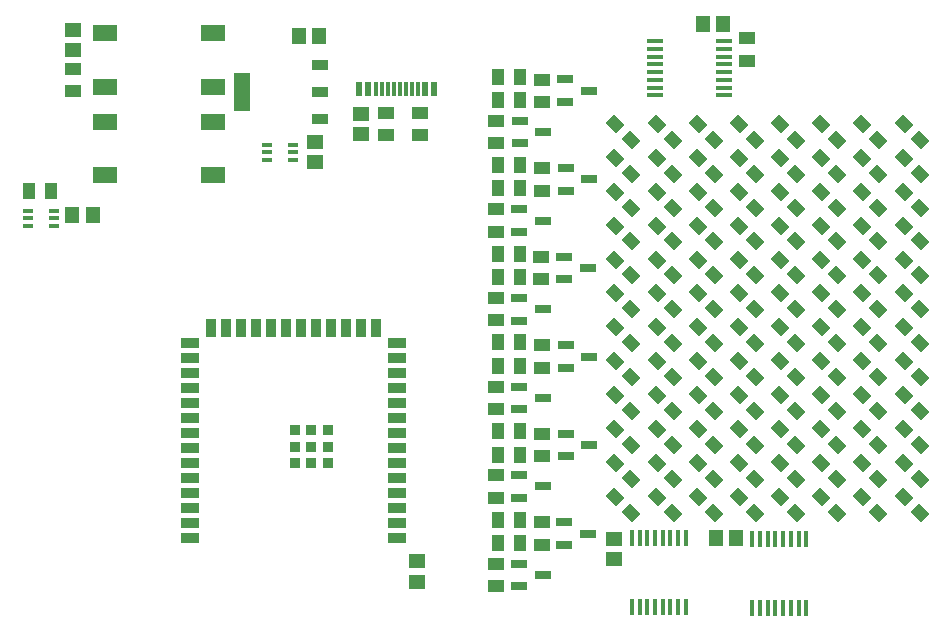
<source format=gtp>
G04*
G04 #@! TF.GenerationSoftware,Altium Limited,Altium Designer,25.3.3 (18)*
G04*
G04 Layer_Color=8421504*
%FSLAX25Y25*%
%MOIN*%
G70*
G04*
G04 #@! TF.SameCoordinates,FAE4C2FF-6651-435E-A804-DF7E7BB8AC14*
G04*
G04*
G04 #@! TF.FilePolarity,Positive*
G04*
G01*
G75*
%ADD16R,0.04724X0.05709*%
%ADD17R,0.05512X0.03937*%
%ADD18R,0.05709X0.01772*%
%ADD19R,0.01772X0.05709*%
%ADD20R,0.05709X0.04724*%
%ADD21R,0.03937X0.05512*%
%ADD22R,0.02362X0.04724*%
%ADD23R,0.01181X0.04724*%
%ADD24R,0.03740X0.01772*%
%ADD25R,0.05709X0.03740*%
%ADD26R,0.05709X0.12795*%
G04:AMPARAMS|DCode=27|XSize=47.24mil|YSize=41.34mil|CornerRadius=0mil|HoleSize=0mil|Usage=FLASHONLY|Rotation=135.000|XOffset=0mil|YOffset=0mil|HoleType=Round|Shape=Rectangle|*
%AMROTATEDRECTD27*
4,1,4,0.03132,-0.00209,0.00209,-0.03132,-0.03132,0.00209,-0.00209,0.03132,0.03132,-0.00209,0.0*
%
%ADD27ROTATEDRECTD27*%

%ADD28R,0.05315X0.02559*%
%ADD29R,0.03543X0.03543*%
%ADD30R,0.05906X0.03543*%
%ADD31R,0.03543X0.05906*%
%ADD32R,0.08268X0.05512*%
D16*
X355702Y129988D02*
D03*
X349009D02*
D03*
X351300Y301483D02*
D03*
X344607D02*
D03*
X216732Y297244D02*
D03*
X210039D02*
D03*
X134449Y237795D02*
D03*
X141142D02*
D03*
D17*
X359449Y296654D02*
D03*
Y289173D02*
D03*
X275630Y232126D02*
D03*
Y239606D02*
D03*
X250394Y264370D02*
D03*
Y271850D02*
D03*
X238976Y264370D02*
D03*
Y271850D02*
D03*
X134646Y278937D02*
D03*
Y286417D02*
D03*
X275590Y173031D02*
D03*
Y180512D02*
D03*
X290551Y216339D02*
D03*
Y223819D02*
D03*
X275571Y202579D02*
D03*
Y210059D02*
D03*
X290945Y186811D02*
D03*
Y194291D02*
D03*
X275610Y143484D02*
D03*
Y150965D02*
D03*
X290945Y127756D02*
D03*
Y135236D02*
D03*
X290965Y245846D02*
D03*
Y253327D02*
D03*
X290965Y157264D02*
D03*
Y164744D02*
D03*
X275630Y114016D02*
D03*
Y121496D02*
D03*
X275630Y261653D02*
D03*
Y269134D02*
D03*
X290945Y275394D02*
D03*
Y282874D02*
D03*
D18*
X351673Y295571D02*
D03*
Y293012D02*
D03*
Y290453D02*
D03*
Y287894D02*
D03*
Y285335D02*
D03*
Y282776D02*
D03*
Y280217D02*
D03*
Y277658D02*
D03*
X328642D02*
D03*
Y280217D02*
D03*
Y282776D02*
D03*
Y285335D02*
D03*
Y287894D02*
D03*
Y290453D02*
D03*
Y293012D02*
D03*
Y295571D02*
D03*
D19*
X361122Y129626D02*
D03*
X363681D02*
D03*
X366240D02*
D03*
X368799D02*
D03*
X371358D02*
D03*
X373917D02*
D03*
X376476D02*
D03*
X379035D02*
D03*
Y106595D02*
D03*
X376476D02*
D03*
X373917D02*
D03*
X371358D02*
D03*
X368799D02*
D03*
X366240D02*
D03*
X363681D02*
D03*
X361122D02*
D03*
X320985Y129929D02*
D03*
X323544D02*
D03*
X326103D02*
D03*
X328662D02*
D03*
X331221D02*
D03*
X333780D02*
D03*
X336339D02*
D03*
X338898D02*
D03*
Y106898D02*
D03*
X336339D02*
D03*
X333780D02*
D03*
X331221D02*
D03*
X328662D02*
D03*
X326103D02*
D03*
X323544D02*
D03*
X320985D02*
D03*
D20*
X314961Y129724D02*
D03*
Y123031D02*
D03*
X230709Y271457D02*
D03*
Y264764D02*
D03*
X215354Y262008D02*
D03*
Y255315D02*
D03*
X134646Y299410D02*
D03*
Y292717D02*
D03*
X249213Y115551D02*
D03*
Y122244D02*
D03*
D21*
X276181Y246850D02*
D03*
X283661D02*
D03*
X127362Y245669D02*
D03*
X119882D02*
D03*
X276181Y216929D02*
D03*
X283661D02*
D03*
X276181Y224803D02*
D03*
X283661D02*
D03*
X276165Y187401D02*
D03*
X283646D02*
D03*
X276181Y195276D02*
D03*
X283661D02*
D03*
X276181Y157874D02*
D03*
X283661D02*
D03*
X276181Y128347D02*
D03*
X283661D02*
D03*
X276181Y254331D02*
D03*
X283661D02*
D03*
X276181Y165748D02*
D03*
X283661D02*
D03*
X276181Y275984D02*
D03*
X283661D02*
D03*
X276181Y136221D02*
D03*
X283661D02*
D03*
X276181Y283858D02*
D03*
X283661D02*
D03*
D22*
X255020Y279626D02*
D03*
X230020D02*
D03*
X233020D02*
D03*
X252020D02*
D03*
D23*
X235520D02*
D03*
X237520D02*
D03*
X239520D02*
D03*
X247520D02*
D03*
X249520D02*
D03*
X243520D02*
D03*
X245520D02*
D03*
X241520D02*
D03*
D24*
X199213Y261221D02*
D03*
Y258661D02*
D03*
Y256102D02*
D03*
X207874D02*
D03*
Y258661D02*
D03*
Y261221D02*
D03*
X119732Y239166D02*
D03*
Y236607D02*
D03*
Y234048D02*
D03*
X128394D02*
D03*
Y236607D02*
D03*
Y239166D02*
D03*
D25*
X216929Y269724D02*
D03*
Y278740D02*
D03*
Y287756D02*
D03*
D26*
X190945Y278740D02*
D03*
D27*
X370359Y143694D02*
D03*
X375648Y138405D02*
D03*
X370359Y155006D02*
D03*
X375648Y149716D02*
D03*
X384082Y155006D02*
D03*
X389371Y149716D02*
D03*
X370359Y166317D02*
D03*
X375648Y161028D02*
D03*
X384082Y166317D02*
D03*
X389371Y161028D02*
D03*
X370359Y177629D02*
D03*
X375648Y172339D02*
D03*
X384082Y177629D02*
D03*
X389371Y172339D02*
D03*
X370359Y188940D02*
D03*
X375648Y183651D02*
D03*
X384082Y188940D02*
D03*
X389371Y183651D02*
D03*
X370359Y200252D02*
D03*
X375648Y194963D02*
D03*
X384082Y200252D02*
D03*
X389371Y194963D02*
D03*
X370359Y211563D02*
D03*
X375648Y206274D02*
D03*
X384082Y211563D02*
D03*
X389371Y206274D02*
D03*
X370359Y222875D02*
D03*
X375648Y217586D02*
D03*
X384082Y222875D02*
D03*
X389371Y217586D02*
D03*
X370359Y234187D02*
D03*
X375648Y228897D02*
D03*
X384082Y234187D02*
D03*
X389371Y228897D02*
D03*
X384082Y245498D02*
D03*
X389371Y240209D02*
D03*
X370359Y256810D02*
D03*
X375648Y251520D02*
D03*
X370359Y268121D02*
D03*
X375648Y262832D02*
D03*
X384082Y256810D02*
D03*
X389371Y251520D02*
D03*
X384082Y268121D02*
D03*
X389371Y262832D02*
D03*
X370359Y245498D02*
D03*
X375648Y240209D02*
D03*
X411528Y268121D02*
D03*
X416818Y262832D02*
D03*
X411528Y256810D02*
D03*
X416818Y251520D02*
D03*
X411528Y245498D02*
D03*
X416818Y240209D02*
D03*
X411528Y234187D02*
D03*
X416818Y228897D02*
D03*
X411528Y222875D02*
D03*
X416818Y217586D02*
D03*
X411528Y211563D02*
D03*
X416818Y206274D02*
D03*
X411528Y200252D02*
D03*
X416818Y194963D02*
D03*
X411528Y188940D02*
D03*
X416818Y183651D02*
D03*
X411528Y177629D02*
D03*
X416818Y172339D02*
D03*
X411528Y166317D02*
D03*
X416818Y161028D02*
D03*
X411528Y155006D02*
D03*
X416818Y149716D02*
D03*
X411528Y143694D02*
D03*
X416818Y138405D02*
D03*
X397805Y268121D02*
D03*
X403095Y262832D02*
D03*
X397805Y256810D02*
D03*
X403095Y251520D02*
D03*
X397805Y245498D02*
D03*
X403095Y240209D02*
D03*
X397805Y234187D02*
D03*
X403095Y228897D02*
D03*
X397805Y222875D02*
D03*
X403095Y217586D02*
D03*
X397805Y211563D02*
D03*
X403095Y206274D02*
D03*
X397805Y200252D02*
D03*
X403095Y194963D02*
D03*
X397805Y188940D02*
D03*
X403095Y183651D02*
D03*
X397805Y177629D02*
D03*
X403095Y172339D02*
D03*
X397805Y166317D02*
D03*
X403095Y161028D02*
D03*
X397805Y155006D02*
D03*
X403095Y149716D02*
D03*
X397805Y143694D02*
D03*
X403095Y138405D02*
D03*
X384082Y143694D02*
D03*
X389371Y138405D02*
D03*
X356635Y268121D02*
D03*
X361925Y262832D02*
D03*
X356635Y256810D02*
D03*
X361925Y251520D02*
D03*
X356635Y245498D02*
D03*
X361925Y240209D02*
D03*
X356635Y234187D02*
D03*
X361925Y228897D02*
D03*
X356635Y222875D02*
D03*
X361925Y217586D02*
D03*
X356635Y211563D02*
D03*
X361925Y206274D02*
D03*
X356635Y200252D02*
D03*
X361925Y194963D02*
D03*
X356635Y188940D02*
D03*
X361925Y183651D02*
D03*
X356635Y177629D02*
D03*
X361925Y172339D02*
D03*
X356635Y166317D02*
D03*
X361925Y161028D02*
D03*
X356635Y155006D02*
D03*
X361925Y149716D02*
D03*
X356635Y143694D02*
D03*
X361925Y138405D02*
D03*
X342912Y268121D02*
D03*
X348201Y262832D02*
D03*
X342912Y256810D02*
D03*
X348201Y251520D02*
D03*
X342912Y245498D02*
D03*
X348201Y240209D02*
D03*
X342912Y234187D02*
D03*
X348201Y228897D02*
D03*
X342912Y222875D02*
D03*
X348201Y217586D02*
D03*
X342912Y211563D02*
D03*
X348201Y206274D02*
D03*
X342912Y200252D02*
D03*
X348201Y194963D02*
D03*
X342912Y188940D02*
D03*
X348201Y183651D02*
D03*
X342912Y177629D02*
D03*
X348201Y172339D02*
D03*
X342912Y166317D02*
D03*
X348201Y161028D02*
D03*
X342912Y155006D02*
D03*
X348201Y149716D02*
D03*
X342912Y143694D02*
D03*
X348201Y138405D02*
D03*
X329189Y268121D02*
D03*
X334478Y262832D02*
D03*
X329189Y256810D02*
D03*
X334478Y251520D02*
D03*
X329189Y245498D02*
D03*
X334478Y240209D02*
D03*
X329189Y234187D02*
D03*
X334478Y228897D02*
D03*
X329189Y222875D02*
D03*
X334478Y217586D02*
D03*
X329189Y211563D02*
D03*
X334478Y206274D02*
D03*
X329189Y200252D02*
D03*
X334478Y194963D02*
D03*
X329189Y188940D02*
D03*
X334478Y183651D02*
D03*
X329189Y177629D02*
D03*
X334478Y172339D02*
D03*
X329189Y166317D02*
D03*
X334478Y161028D02*
D03*
X329189Y155006D02*
D03*
X334478Y149716D02*
D03*
X329189Y143694D02*
D03*
X334478Y138405D02*
D03*
X315465Y268121D02*
D03*
X320755Y262832D02*
D03*
X315465Y256810D02*
D03*
X320755Y251520D02*
D03*
X315465Y245498D02*
D03*
X320755Y240209D02*
D03*
X315465Y234187D02*
D03*
X320755Y228897D02*
D03*
X315465Y222875D02*
D03*
X320755Y217586D02*
D03*
X315465Y211563D02*
D03*
X320755Y206274D02*
D03*
X315465Y188940D02*
D03*
X320755Y183651D02*
D03*
X315465Y177629D02*
D03*
X320755Y172339D02*
D03*
X315465Y143694D02*
D03*
X320755Y138405D02*
D03*
X315465Y166317D02*
D03*
X320755Y161028D02*
D03*
X315465Y155006D02*
D03*
X320755Y149716D02*
D03*
X315465Y200252D02*
D03*
X320755Y194963D02*
D03*
D28*
X306673Y279153D02*
D03*
X298799Y275374D02*
D03*
Y282933D02*
D03*
X291348Y265345D02*
D03*
X283474Y261565D02*
D03*
Y269124D02*
D03*
X306280Y220098D02*
D03*
X298406Y216319D02*
D03*
Y223878D02*
D03*
X291319Y235846D02*
D03*
X283445Y232067D02*
D03*
Y239626D02*
D03*
X291339Y206299D02*
D03*
X283465Y202520D02*
D03*
Y210079D02*
D03*
X306693Y190551D02*
D03*
X298819Y186772D02*
D03*
Y194331D02*
D03*
X306693Y161024D02*
D03*
X298819Y157244D02*
D03*
Y164803D02*
D03*
X291319Y147264D02*
D03*
X283445Y143484D02*
D03*
Y151043D02*
D03*
X306299Y131496D02*
D03*
X298425Y127717D02*
D03*
Y135276D02*
D03*
X291339Y117717D02*
D03*
X283465Y113937D02*
D03*
Y121496D02*
D03*
X306693Y249606D02*
D03*
X298819Y245827D02*
D03*
Y253386D02*
D03*
X291339Y176772D02*
D03*
X283465Y172992D02*
D03*
Y180551D02*
D03*
D29*
X208587Y154961D02*
D03*
Y160472D02*
D03*
Y165984D02*
D03*
X214098D02*
D03*
X219610D02*
D03*
Y160472D02*
D03*
Y154961D02*
D03*
X214098D02*
D03*
Y160472D02*
D03*
D30*
X173744Y130079D02*
D03*
Y135079D02*
D03*
Y140079D02*
D03*
Y145079D02*
D03*
Y150079D02*
D03*
Y155079D02*
D03*
Y160079D02*
D03*
Y165079D02*
D03*
Y170079D02*
D03*
Y175079D02*
D03*
Y180079D02*
D03*
Y185079D02*
D03*
Y190079D02*
D03*
Y195079D02*
D03*
X242642D02*
D03*
Y190079D02*
D03*
Y185079D02*
D03*
Y180079D02*
D03*
Y175079D02*
D03*
Y170079D02*
D03*
Y165079D02*
D03*
Y160079D02*
D03*
Y155079D02*
D03*
Y150079D02*
D03*
Y145079D02*
D03*
Y140079D02*
D03*
Y135079D02*
D03*
Y130079D02*
D03*
D31*
X180693Y200000D02*
D03*
X185693D02*
D03*
X190693D02*
D03*
X195693D02*
D03*
X200693D02*
D03*
X205693D02*
D03*
X210693D02*
D03*
X215693D02*
D03*
X220693D02*
D03*
X225693D02*
D03*
X230693D02*
D03*
X235693D02*
D03*
D32*
X181299Y250984D02*
D03*
X145472Y268701D02*
D03*
Y250984D02*
D03*
X181299Y268701D02*
D03*
Y280512D02*
D03*
X145472Y298228D02*
D03*
Y280512D02*
D03*
X181299Y298228D02*
D03*
M02*

</source>
